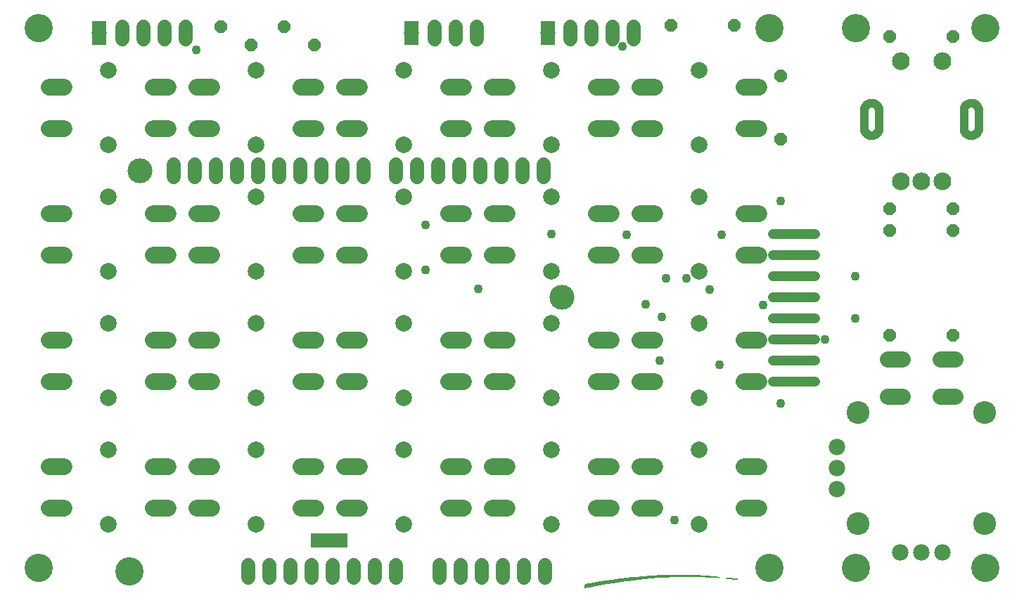
<source format=gbr>
G04 EAGLE Gerber RS-274X export*
G75*
%MOMM*%
%FSLAX34Y34*%
%LPD*%
%INSoldermask Top*%
%IPPOS*%
%AMOC8*
5,1,8,0,0,1.08239X$1,22.5*%
G01*
%ADD10C,3.403200*%
%ADD11C,1.143000*%
%ADD12R,4.411981X1.798319*%
%ADD13R,0.076200X0.038100*%
%ADD14R,0.266700X0.038100*%
%ADD15R,0.419100X0.038100*%
%ADD16R,0.609600X0.038100*%
%ADD17R,0.838200X0.038100*%
%ADD18R,1.028700X0.038100*%
%ADD19R,1.219200X0.038100*%
%ADD20R,1.447800X0.038100*%
%ADD21R,1.600200X0.038100*%
%ADD22R,1.828800X0.038100*%
%ADD23R,2.019300X0.038100*%
%ADD24R,2.247900X0.038100*%
%ADD25R,2.438400X0.038100*%
%ADD26R,2.514600X0.038100*%
%ADD27R,2.552700X0.038100*%
%ADD28R,2.590800X0.038100*%
%ADD29R,2.667000X0.038100*%
%ADD30R,2.628900X0.038100*%
%ADD31R,2.705100X0.038100*%
%ADD32R,2.743200X0.038100*%
%ADD33R,2.781300X0.038100*%
%ADD34R,2.819400X0.038100*%
%ADD35R,2.857500X0.038100*%
%ADD36R,2.895600X0.038100*%
%ADD37R,2.933700X0.038100*%
%ADD38R,0.190500X0.038100*%
%ADD39R,3.009900X0.038100*%
%ADD40R,0.723900X0.038100*%
%ADD41R,3.162300X0.038100*%
%ADD42R,1.181100X0.038100*%
%ADD43R,3.200400X0.038100*%
%ADD44R,1.066800X0.038100*%
%ADD45R,3.238500X0.038100*%
%ADD46R,3.390900X0.038100*%
%ADD47R,0.381000X0.038100*%
%ADD48R,3.505200X0.038100*%
%ADD49R,3.733800X0.038100*%
%ADD50R,1.143000X0.038100*%
%ADD51R,4.000500X0.038100*%
%ADD52R,1.714500X0.038100*%
%ADD53R,4.419600X0.038100*%
%ADD54R,2.095500X0.038100*%
%ADD55R,8.610600X0.038100*%
%ADD56R,7.696200X0.038100*%
%ADD57R,6.515100X0.038100*%
%ADD58R,5.219700X0.038100*%
%ADD59C,3.003200*%
%ADD60C,1.727200*%
%ADD61C,1.993900*%
%ADD62C,2.006600*%
%ADD63C,2.743200*%
%ADD64C,1.981200*%
%ADD65C,1.981200*%
%ADD66C,2.133600*%
%ADD67C,1.016000*%
%ADD68R,1.371600X1.803400*%
%ADD69P,1.649562X8X202.500000*%
%ADD70P,1.649562X8X22.500000*%
%ADD71P,1.649562X8X112.500000*%
%ADD72R,1.803400X1.371600*%
%ADD73R,1.828800X0.152400*%
%ADD74C,1.092200*%


D10*
X30000Y30000D03*
X1170000Y30000D03*
X30000Y680000D03*
X1170000Y680000D03*
X910000Y680000D03*
X910000Y30000D03*
X1014400Y30000D03*
X1014400Y680000D03*
D11*
X965200Y431800D02*
X914400Y431800D01*
X914400Y406400D02*
X965200Y406400D01*
X965200Y381000D02*
X914400Y381000D01*
X914400Y355600D02*
X965200Y355600D01*
X965200Y330200D02*
X914400Y330200D01*
X914400Y304800D02*
X965200Y304800D01*
X965200Y279400D02*
X914400Y279400D01*
X914400Y254000D02*
X965200Y254000D01*
D12*
X380200Y62484D03*
D13*
X687240Y4912D03*
D14*
X688193Y5293D03*
D15*
X689336Y5674D03*
D16*
X690288Y6055D03*
D17*
X691431Y6436D03*
D18*
X692384Y6817D03*
D19*
X693336Y7198D03*
D20*
X694479Y7579D03*
D21*
X695622Y7960D03*
D22*
X696765Y8341D03*
D23*
X697718Y8722D03*
D24*
X698861Y9103D03*
D25*
X700194Y9484D03*
D26*
X702099Y9865D03*
D27*
X704195Y10246D03*
X706100Y10627D03*
D28*
X708576Y11008D03*
D29*
X710862Y11389D03*
D30*
X713339Y11770D03*
D31*
X715625Y12151D03*
X717911Y12532D03*
D32*
X720768Y12913D03*
D33*
X723245Y13294D03*
D34*
X725721Y13675D03*
D35*
X728579Y14056D03*
D36*
X731436Y14437D03*
D37*
X734294Y14818D03*
X737342Y15199D03*
D38*
X870913Y15113D03*
D39*
X740390Y15580D03*
D40*
X868627Y15494D03*
D41*
X743819Y15961D03*
D42*
X865579Y15875D03*
D43*
X747438Y16342D03*
D44*
X863102Y16256D03*
D45*
X751058Y16723D03*
D40*
X861388Y16637D03*
D46*
X754868Y17104D03*
D38*
X848594Y17104D03*
D47*
X860054Y17018D03*
D48*
X758868Y17485D03*
D16*
X846498Y17485D03*
D13*
X858530Y17399D03*
D49*
X764202Y17866D03*
D50*
X843831Y17866D03*
D51*
X769346Y18247D03*
D52*
X841355Y18247D03*
D53*
X775251Y18628D03*
D54*
X836783Y18628D03*
D55*
X800397Y19009D03*
D56*
X800778Y19390D03*
D57*
X800969Y19771D03*
D58*
X800969Y20152D03*
D49*
X800778Y20533D03*
D13*
X849544Y17894D03*
D10*
X139700Y25400D03*
D59*
X152400Y508000D03*
X660400Y355600D03*
D60*
X192481Y500126D02*
X192481Y515366D01*
X217881Y515366D02*
X217881Y500126D01*
X243281Y500126D02*
X243281Y515366D01*
X268681Y515366D02*
X268681Y500126D01*
X294081Y500126D02*
X294081Y515366D01*
X319481Y515366D02*
X319481Y500126D01*
X344881Y500126D02*
X344881Y515366D01*
X370281Y515366D02*
X370281Y500126D01*
X395681Y500126D02*
X395681Y515366D01*
X421081Y515366D02*
X421081Y500126D01*
X460451Y500126D02*
X460451Y515366D01*
X485851Y515366D02*
X485851Y500126D01*
X511251Y500126D02*
X511251Y515366D01*
X536651Y515366D02*
X536651Y500126D01*
X562051Y500126D02*
X562051Y515366D01*
X587451Y515366D02*
X587451Y500126D01*
X612851Y500126D02*
X612851Y515366D01*
X638251Y515366D02*
X638251Y500126D01*
X512521Y32766D02*
X512521Y17526D01*
X537921Y17526D02*
X537921Y32766D01*
X563321Y32766D02*
X563321Y17526D01*
X588721Y17526D02*
X588721Y32766D01*
X614121Y32766D02*
X614121Y17526D01*
X639521Y17526D02*
X639521Y32766D01*
X282651Y32766D02*
X282651Y17526D01*
X308051Y17526D02*
X308051Y32766D01*
X333451Y32766D02*
X333451Y17526D01*
X358851Y17526D02*
X358851Y32766D01*
X384251Y32766D02*
X384251Y17526D01*
X409651Y17526D02*
X409651Y32766D01*
X435051Y32766D02*
X435051Y17526D01*
X460451Y17526D02*
X460451Y32766D01*
D61*
X60770Y559308D02*
X42863Y559308D01*
X167831Y559308D02*
X185738Y559308D01*
X60770Y609092D02*
X42863Y609092D01*
X167831Y609092D02*
X185738Y609092D01*
D62*
X114300Y539242D03*
X114300Y629158D03*
D61*
X220663Y559308D02*
X238570Y559308D01*
X345631Y559308D02*
X363538Y559308D01*
X238570Y609092D02*
X220663Y609092D01*
X345631Y609092D02*
X363538Y609092D01*
D62*
X292100Y539242D03*
X292100Y629158D03*
D61*
X398463Y559308D02*
X416370Y559308D01*
X523431Y559308D02*
X541338Y559308D01*
X416370Y609092D02*
X398463Y609092D01*
X523431Y609092D02*
X541338Y609092D01*
D62*
X469900Y539242D03*
X469900Y629158D03*
D61*
X576263Y559308D02*
X594170Y559308D01*
X701231Y559308D02*
X719138Y559308D01*
X594170Y609092D02*
X576263Y609092D01*
X701231Y609092D02*
X719138Y609092D01*
D62*
X647700Y539242D03*
X647700Y629158D03*
D61*
X754063Y559308D02*
X771970Y559308D01*
X879031Y559308D02*
X896938Y559308D01*
X771970Y609092D02*
X754063Y609092D01*
X879031Y609092D02*
X896938Y609092D01*
D62*
X825500Y539242D03*
X825500Y629158D03*
D61*
X60770Y406908D02*
X42863Y406908D01*
X167831Y406908D02*
X185738Y406908D01*
X60770Y456692D02*
X42863Y456692D01*
X167831Y456692D02*
X185738Y456692D01*
D62*
X114300Y386842D03*
X114300Y476758D03*
D61*
X220663Y406908D02*
X238570Y406908D01*
X345631Y406908D02*
X363538Y406908D01*
X238570Y456692D02*
X220663Y456692D01*
X345631Y456692D02*
X363538Y456692D01*
D62*
X292100Y386842D03*
X292100Y476758D03*
D61*
X398463Y406908D02*
X416370Y406908D01*
X523431Y406908D02*
X541338Y406908D01*
X416370Y456692D02*
X398463Y456692D01*
X523431Y456692D02*
X541338Y456692D01*
D62*
X469900Y386842D03*
X469900Y476758D03*
D61*
X576263Y406908D02*
X594170Y406908D01*
X701231Y406908D02*
X719138Y406908D01*
X594170Y456692D02*
X576263Y456692D01*
X701231Y456692D02*
X719138Y456692D01*
D62*
X647700Y386842D03*
X647700Y476758D03*
D61*
X754063Y406908D02*
X771970Y406908D01*
X879031Y406908D02*
X896938Y406908D01*
X771970Y456692D02*
X754063Y456692D01*
X879031Y456692D02*
X896938Y456692D01*
D62*
X825500Y386842D03*
X825500Y476758D03*
D61*
X60770Y254508D02*
X42863Y254508D01*
X167831Y254508D02*
X185738Y254508D01*
X60770Y304292D02*
X42863Y304292D01*
X167831Y304292D02*
X185738Y304292D01*
D62*
X114300Y234442D03*
X114300Y324358D03*
D61*
X220663Y254508D02*
X238570Y254508D01*
X345631Y254508D02*
X363538Y254508D01*
X238570Y304292D02*
X220663Y304292D01*
X345631Y304292D02*
X363538Y304292D01*
D62*
X292100Y234442D03*
X292100Y324358D03*
D61*
X398463Y254508D02*
X416370Y254508D01*
X523431Y254508D02*
X541338Y254508D01*
X416370Y304292D02*
X398463Y304292D01*
X523431Y304292D02*
X541338Y304292D01*
D62*
X469900Y234442D03*
X469900Y324358D03*
D61*
X576263Y254508D02*
X594170Y254508D01*
X701231Y254508D02*
X719138Y254508D01*
X594170Y304292D02*
X576263Y304292D01*
X701231Y304292D02*
X719138Y304292D01*
D62*
X647700Y234442D03*
X647700Y324358D03*
D61*
X754063Y254508D02*
X771970Y254508D01*
X879031Y254508D02*
X896938Y254508D01*
X771970Y304292D02*
X754063Y304292D01*
X879031Y304292D02*
X896938Y304292D01*
D62*
X825500Y234442D03*
X825500Y324358D03*
D61*
X60770Y102108D02*
X42863Y102108D01*
X167831Y102108D02*
X185738Y102108D01*
X60770Y151892D02*
X42863Y151892D01*
X167831Y151892D02*
X185738Y151892D01*
D62*
X114300Y82042D03*
X114300Y171958D03*
D61*
X220663Y102108D02*
X238570Y102108D01*
X345631Y102108D02*
X363538Y102108D01*
X238570Y151892D02*
X220663Y151892D01*
X345631Y151892D02*
X363538Y151892D01*
D62*
X292100Y82042D03*
X292100Y171958D03*
D61*
X398463Y102108D02*
X416370Y102108D01*
X523431Y102108D02*
X541338Y102108D01*
X416370Y151892D02*
X398463Y151892D01*
X523431Y151892D02*
X541338Y151892D01*
D62*
X469900Y82042D03*
X469900Y171958D03*
D61*
X576263Y102108D02*
X594170Y102108D01*
X701231Y102108D02*
X719138Y102108D01*
X594170Y151892D02*
X576263Y151892D01*
X701231Y151892D02*
X719138Y151892D01*
D62*
X647700Y82042D03*
X647700Y171958D03*
D61*
X754063Y102108D02*
X771970Y102108D01*
X879031Y102108D02*
X896938Y102108D01*
X771970Y151892D02*
X754063Y151892D01*
X879031Y151892D02*
X896938Y151892D01*
D62*
X825500Y82042D03*
X825500Y171958D03*
D63*
X1016800Y216675D03*
X1169200Y216675D03*
X1169200Y83325D03*
X1016800Y83325D03*
D64*
X1118400Y48400D03*
X1093000Y48400D03*
X1067600Y48400D03*
X991400Y150000D03*
X991400Y124600D03*
X991400Y175400D03*
D65*
X1115860Y236200D02*
X1133640Y236200D01*
X1070140Y236200D02*
X1052360Y236200D01*
X1052360Y281200D02*
X1070140Y281200D01*
X1115860Y281200D02*
X1133640Y281200D01*
D66*
X1068000Y495000D03*
X1093000Y495000D03*
X1118000Y495000D03*
X1068000Y640000D03*
X1118000Y640000D03*
D67*
X1042000Y580500D02*
X1042000Y559500D01*
X1024000Y559500D02*
X1024000Y580500D01*
X1024000Y559500D02*
X1024003Y559281D01*
X1024011Y559062D01*
X1024024Y558843D01*
X1024043Y558625D01*
X1024067Y558407D01*
X1024096Y558190D01*
X1024130Y557973D01*
X1024170Y557758D01*
X1024215Y557543D01*
X1024266Y557330D01*
X1024321Y557118D01*
X1024382Y556907D01*
X1024447Y556698D01*
X1024518Y556491D01*
X1024594Y556285D01*
X1024675Y556081D01*
X1024760Y555879D01*
X1024851Y555680D01*
X1024946Y555483D01*
X1025047Y555288D01*
X1025152Y555095D01*
X1025261Y554905D01*
X1025375Y554718D01*
X1025494Y554534D01*
X1025617Y554353D01*
X1025745Y554175D01*
X1025877Y553999D01*
X1026013Y553828D01*
X1026153Y553659D01*
X1026297Y553494D01*
X1026445Y553333D01*
X1026597Y553175D01*
X1026753Y553021D01*
X1026913Y552871D01*
X1027076Y552724D01*
X1027243Y552582D01*
X1027413Y552444D01*
X1027587Y552310D01*
X1027763Y552180D01*
X1027943Y552055D01*
X1028126Y551934D01*
X1028312Y551818D01*
X1028500Y551706D01*
X1028691Y551599D01*
X1028885Y551496D01*
X1029081Y551398D01*
X1029279Y551305D01*
X1029480Y551217D01*
X1029683Y551134D01*
X1029888Y551055D01*
X1030094Y550982D01*
X1030302Y550914D01*
X1030512Y550851D01*
X1030724Y550793D01*
X1030936Y550740D01*
X1031150Y550692D01*
X1031365Y550650D01*
X1031581Y550613D01*
X1031798Y550581D01*
X1032016Y550554D01*
X1032234Y550533D01*
X1032452Y550517D01*
X1032671Y550506D01*
X1032890Y550501D01*
X1033110Y550501D01*
X1033329Y550506D01*
X1033548Y550517D01*
X1033766Y550533D01*
X1033984Y550554D01*
X1034202Y550581D01*
X1034419Y550613D01*
X1034635Y550650D01*
X1034850Y550692D01*
X1035064Y550740D01*
X1035276Y550793D01*
X1035488Y550851D01*
X1035698Y550914D01*
X1035906Y550982D01*
X1036112Y551055D01*
X1036317Y551134D01*
X1036520Y551217D01*
X1036721Y551305D01*
X1036919Y551398D01*
X1037115Y551496D01*
X1037309Y551599D01*
X1037500Y551706D01*
X1037688Y551818D01*
X1037874Y551934D01*
X1038057Y552055D01*
X1038237Y552180D01*
X1038413Y552310D01*
X1038587Y552444D01*
X1038757Y552582D01*
X1038924Y552724D01*
X1039087Y552871D01*
X1039247Y553021D01*
X1039403Y553175D01*
X1039555Y553333D01*
X1039703Y553494D01*
X1039847Y553659D01*
X1039987Y553828D01*
X1040123Y553999D01*
X1040255Y554175D01*
X1040383Y554353D01*
X1040506Y554534D01*
X1040625Y554718D01*
X1040739Y554905D01*
X1040848Y555095D01*
X1040953Y555288D01*
X1041054Y555483D01*
X1041149Y555680D01*
X1041240Y555879D01*
X1041325Y556081D01*
X1041406Y556285D01*
X1041482Y556491D01*
X1041553Y556698D01*
X1041618Y556907D01*
X1041679Y557118D01*
X1041734Y557330D01*
X1041785Y557543D01*
X1041830Y557758D01*
X1041870Y557973D01*
X1041904Y558190D01*
X1041933Y558407D01*
X1041957Y558625D01*
X1041976Y558843D01*
X1041989Y559062D01*
X1041997Y559281D01*
X1042000Y559500D01*
X1042000Y580500D02*
X1041997Y580719D01*
X1041989Y580938D01*
X1041976Y581157D01*
X1041957Y581375D01*
X1041933Y581593D01*
X1041904Y581810D01*
X1041870Y582027D01*
X1041830Y582242D01*
X1041785Y582457D01*
X1041734Y582670D01*
X1041679Y582882D01*
X1041618Y583093D01*
X1041553Y583302D01*
X1041482Y583509D01*
X1041406Y583715D01*
X1041325Y583919D01*
X1041240Y584121D01*
X1041149Y584320D01*
X1041054Y584517D01*
X1040953Y584712D01*
X1040848Y584905D01*
X1040739Y585095D01*
X1040625Y585282D01*
X1040506Y585466D01*
X1040383Y585647D01*
X1040255Y585825D01*
X1040123Y586001D01*
X1039987Y586172D01*
X1039847Y586341D01*
X1039703Y586506D01*
X1039555Y586667D01*
X1039403Y586825D01*
X1039247Y586979D01*
X1039087Y587129D01*
X1038924Y587276D01*
X1038757Y587418D01*
X1038587Y587556D01*
X1038413Y587690D01*
X1038237Y587820D01*
X1038057Y587945D01*
X1037874Y588066D01*
X1037688Y588182D01*
X1037500Y588294D01*
X1037309Y588401D01*
X1037115Y588504D01*
X1036919Y588602D01*
X1036721Y588695D01*
X1036520Y588783D01*
X1036317Y588866D01*
X1036112Y588945D01*
X1035906Y589018D01*
X1035698Y589086D01*
X1035488Y589149D01*
X1035276Y589207D01*
X1035064Y589260D01*
X1034850Y589308D01*
X1034635Y589350D01*
X1034419Y589387D01*
X1034202Y589419D01*
X1033984Y589446D01*
X1033766Y589467D01*
X1033548Y589483D01*
X1033329Y589494D01*
X1033110Y589499D01*
X1032890Y589499D01*
X1032671Y589494D01*
X1032452Y589483D01*
X1032234Y589467D01*
X1032016Y589446D01*
X1031798Y589419D01*
X1031581Y589387D01*
X1031365Y589350D01*
X1031150Y589308D01*
X1030936Y589260D01*
X1030724Y589207D01*
X1030512Y589149D01*
X1030302Y589086D01*
X1030094Y589018D01*
X1029888Y588945D01*
X1029683Y588866D01*
X1029480Y588783D01*
X1029279Y588695D01*
X1029081Y588602D01*
X1028885Y588504D01*
X1028691Y588401D01*
X1028500Y588294D01*
X1028312Y588182D01*
X1028126Y588066D01*
X1027943Y587945D01*
X1027763Y587820D01*
X1027587Y587690D01*
X1027413Y587556D01*
X1027243Y587418D01*
X1027076Y587276D01*
X1026913Y587129D01*
X1026753Y586979D01*
X1026597Y586825D01*
X1026445Y586667D01*
X1026297Y586506D01*
X1026153Y586341D01*
X1026013Y586172D01*
X1025877Y586001D01*
X1025745Y585825D01*
X1025617Y585647D01*
X1025494Y585466D01*
X1025375Y585282D01*
X1025261Y585095D01*
X1025152Y584905D01*
X1025047Y584712D01*
X1024946Y584517D01*
X1024851Y584320D01*
X1024760Y584121D01*
X1024675Y583919D01*
X1024594Y583715D01*
X1024518Y583509D01*
X1024447Y583302D01*
X1024382Y583093D01*
X1024321Y582882D01*
X1024266Y582670D01*
X1024215Y582457D01*
X1024170Y582242D01*
X1024130Y582027D01*
X1024096Y581810D01*
X1024067Y581593D01*
X1024043Y581375D01*
X1024024Y581157D01*
X1024011Y580938D01*
X1024003Y580719D01*
X1024000Y580500D01*
X1144000Y580500D02*
X1144000Y559500D01*
X1162000Y559500D02*
X1162000Y580500D01*
X1161997Y580719D01*
X1161989Y580938D01*
X1161976Y581157D01*
X1161957Y581375D01*
X1161933Y581593D01*
X1161904Y581810D01*
X1161870Y582027D01*
X1161830Y582242D01*
X1161785Y582457D01*
X1161734Y582670D01*
X1161679Y582882D01*
X1161618Y583093D01*
X1161553Y583302D01*
X1161482Y583509D01*
X1161406Y583715D01*
X1161325Y583919D01*
X1161240Y584121D01*
X1161149Y584320D01*
X1161054Y584517D01*
X1160953Y584712D01*
X1160848Y584905D01*
X1160739Y585095D01*
X1160625Y585282D01*
X1160506Y585466D01*
X1160383Y585647D01*
X1160255Y585825D01*
X1160123Y586001D01*
X1159987Y586172D01*
X1159847Y586341D01*
X1159703Y586506D01*
X1159555Y586667D01*
X1159403Y586825D01*
X1159247Y586979D01*
X1159087Y587129D01*
X1158924Y587276D01*
X1158757Y587418D01*
X1158587Y587556D01*
X1158413Y587690D01*
X1158237Y587820D01*
X1158057Y587945D01*
X1157874Y588066D01*
X1157688Y588182D01*
X1157500Y588294D01*
X1157309Y588401D01*
X1157115Y588504D01*
X1156919Y588602D01*
X1156721Y588695D01*
X1156520Y588783D01*
X1156317Y588866D01*
X1156112Y588945D01*
X1155906Y589018D01*
X1155698Y589086D01*
X1155488Y589149D01*
X1155276Y589207D01*
X1155064Y589260D01*
X1154850Y589308D01*
X1154635Y589350D01*
X1154419Y589387D01*
X1154202Y589419D01*
X1153984Y589446D01*
X1153766Y589467D01*
X1153548Y589483D01*
X1153329Y589494D01*
X1153110Y589499D01*
X1152890Y589499D01*
X1152671Y589494D01*
X1152452Y589483D01*
X1152234Y589467D01*
X1152016Y589446D01*
X1151798Y589419D01*
X1151581Y589387D01*
X1151365Y589350D01*
X1151150Y589308D01*
X1150936Y589260D01*
X1150724Y589207D01*
X1150512Y589149D01*
X1150302Y589086D01*
X1150094Y589018D01*
X1149888Y588945D01*
X1149683Y588866D01*
X1149480Y588783D01*
X1149279Y588695D01*
X1149081Y588602D01*
X1148885Y588504D01*
X1148691Y588401D01*
X1148500Y588294D01*
X1148312Y588182D01*
X1148126Y588066D01*
X1147943Y587945D01*
X1147763Y587820D01*
X1147587Y587690D01*
X1147413Y587556D01*
X1147243Y587418D01*
X1147076Y587276D01*
X1146913Y587129D01*
X1146753Y586979D01*
X1146597Y586825D01*
X1146445Y586667D01*
X1146297Y586506D01*
X1146153Y586341D01*
X1146013Y586172D01*
X1145877Y586001D01*
X1145745Y585825D01*
X1145617Y585647D01*
X1145494Y585466D01*
X1145375Y585282D01*
X1145261Y585095D01*
X1145152Y584905D01*
X1145047Y584712D01*
X1144946Y584517D01*
X1144851Y584320D01*
X1144760Y584121D01*
X1144675Y583919D01*
X1144594Y583715D01*
X1144518Y583509D01*
X1144447Y583302D01*
X1144382Y583093D01*
X1144321Y582882D01*
X1144266Y582670D01*
X1144215Y582457D01*
X1144170Y582242D01*
X1144130Y582027D01*
X1144096Y581810D01*
X1144067Y581593D01*
X1144043Y581375D01*
X1144024Y581157D01*
X1144011Y580938D01*
X1144003Y580719D01*
X1144000Y580500D01*
X1144000Y559500D02*
X1144003Y559281D01*
X1144011Y559062D01*
X1144024Y558843D01*
X1144043Y558625D01*
X1144067Y558407D01*
X1144096Y558190D01*
X1144130Y557973D01*
X1144170Y557758D01*
X1144215Y557543D01*
X1144266Y557330D01*
X1144321Y557118D01*
X1144382Y556907D01*
X1144447Y556698D01*
X1144518Y556491D01*
X1144594Y556285D01*
X1144675Y556081D01*
X1144760Y555879D01*
X1144851Y555680D01*
X1144946Y555483D01*
X1145047Y555288D01*
X1145152Y555095D01*
X1145261Y554905D01*
X1145375Y554718D01*
X1145494Y554534D01*
X1145617Y554353D01*
X1145745Y554175D01*
X1145877Y553999D01*
X1146013Y553828D01*
X1146153Y553659D01*
X1146297Y553494D01*
X1146445Y553333D01*
X1146597Y553175D01*
X1146753Y553021D01*
X1146913Y552871D01*
X1147076Y552724D01*
X1147243Y552582D01*
X1147413Y552444D01*
X1147587Y552310D01*
X1147763Y552180D01*
X1147943Y552055D01*
X1148126Y551934D01*
X1148312Y551818D01*
X1148500Y551706D01*
X1148691Y551599D01*
X1148885Y551496D01*
X1149081Y551398D01*
X1149279Y551305D01*
X1149480Y551217D01*
X1149683Y551134D01*
X1149888Y551055D01*
X1150094Y550982D01*
X1150302Y550914D01*
X1150512Y550851D01*
X1150724Y550793D01*
X1150936Y550740D01*
X1151150Y550692D01*
X1151365Y550650D01*
X1151581Y550613D01*
X1151798Y550581D01*
X1152016Y550554D01*
X1152234Y550533D01*
X1152452Y550517D01*
X1152671Y550506D01*
X1152890Y550501D01*
X1153110Y550501D01*
X1153329Y550506D01*
X1153548Y550517D01*
X1153766Y550533D01*
X1153984Y550554D01*
X1154202Y550581D01*
X1154419Y550613D01*
X1154635Y550650D01*
X1154850Y550692D01*
X1155064Y550740D01*
X1155276Y550793D01*
X1155488Y550851D01*
X1155698Y550914D01*
X1155906Y550982D01*
X1156112Y551055D01*
X1156317Y551134D01*
X1156520Y551217D01*
X1156721Y551305D01*
X1156919Y551398D01*
X1157115Y551496D01*
X1157309Y551599D01*
X1157500Y551706D01*
X1157688Y551818D01*
X1157874Y551934D01*
X1158057Y552055D01*
X1158237Y552180D01*
X1158413Y552310D01*
X1158587Y552444D01*
X1158757Y552582D01*
X1158924Y552724D01*
X1159087Y552871D01*
X1159247Y553021D01*
X1159403Y553175D01*
X1159555Y553333D01*
X1159703Y553494D01*
X1159847Y553659D01*
X1159987Y553828D01*
X1160123Y553999D01*
X1160255Y554175D01*
X1160383Y554353D01*
X1160506Y554534D01*
X1160625Y554718D01*
X1160739Y554905D01*
X1160848Y555095D01*
X1160953Y555288D01*
X1161054Y555483D01*
X1161149Y555680D01*
X1161240Y555879D01*
X1161325Y556081D01*
X1161406Y556285D01*
X1161482Y556491D01*
X1161553Y556698D01*
X1161618Y556907D01*
X1161679Y557118D01*
X1161734Y557330D01*
X1161785Y557543D01*
X1161830Y557758D01*
X1161870Y557973D01*
X1161904Y558190D01*
X1161933Y558407D01*
X1161957Y558625D01*
X1161976Y558843D01*
X1161989Y559062D01*
X1161997Y559281D01*
X1162000Y559500D01*
D68*
X364998Y62484D03*
X380238Y62484D03*
X395478Y62484D03*
D69*
X1131100Y462000D03*
X1054900Y462000D03*
D70*
X1054900Y670000D03*
X1131100Y670000D03*
X1054900Y436000D03*
X1131100Y436000D03*
D69*
X1131100Y310000D03*
X1054900Y310000D03*
D60*
X130810Y666750D02*
X130810Y681990D01*
X156210Y681990D02*
X156210Y666750D01*
X181610Y666750D02*
X181610Y681990D01*
X207010Y681990D02*
X207010Y666750D01*
X670560Y666750D02*
X670560Y681990D01*
X695960Y681990D02*
X695960Y666750D01*
X721360Y666750D02*
X721360Y681990D01*
X746760Y681990D02*
X746760Y666750D01*
D69*
X325450Y681304D03*
X249250Y681304D03*
X362255Y659282D03*
X286055Y659282D03*
D70*
X791108Y683209D03*
X867308Y683209D03*
D71*
X923239Y546125D03*
X923239Y622325D03*
D60*
X506730Y666750D02*
X506730Y681990D01*
X532130Y681990D02*
X532130Y666750D01*
X557530Y666750D02*
X557530Y681990D01*
D72*
X103378Y681990D03*
X103378Y666750D03*
D73*
X103378Y674370D03*
D72*
X643382Y681990D03*
X643382Y666750D03*
D73*
X643382Y674370D03*
D72*
X479298Y681990D03*
X479298Y666750D03*
D73*
X479298Y674370D03*
D74*
X733349Y657682D03*
X737616Y431038D03*
X785622Y378714D03*
X810260Y378714D03*
X901954Y346710D03*
X495917Y388833D03*
X495993Y442841D03*
X838200Y365252D03*
X851916Y431038D03*
X559054Y366014D03*
X780034Y332232D03*
X1012952Y330200D03*
X778002Y279400D03*
X976376Y304800D03*
X647609Y431960D03*
X760496Y347127D03*
X219456Y653415D03*
X923163Y471907D03*
X923163Y227609D03*
X1012952Y381000D03*
X795274Y87630D03*
X849884Y274828D03*
M02*

</source>
